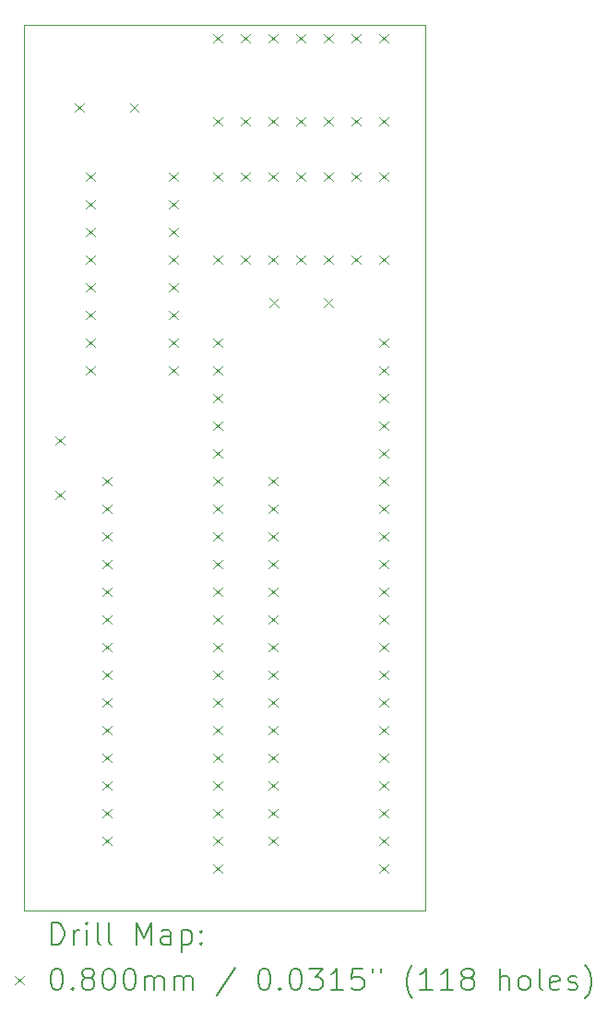
<source format=gbr>
%TF.GenerationSoftware,KiCad,Pcbnew,(6.0.10)*%
%TF.CreationDate,2022-12-23T07:28:06+11:00*%
%TF.ProjectId,bbc1770,62626331-3737-4302-9e6b-696361645f70,rev?*%
%TF.SameCoordinates,Original*%
%TF.FileFunction,Drillmap*%
%TF.FilePolarity,Positive*%
%FSLAX45Y45*%
G04 Gerber Fmt 4.5, Leading zero omitted, Abs format (unit mm)*
G04 Created by KiCad (PCBNEW (6.0.10)) date 2022-12-23 07:28:06*
%MOMM*%
%LPD*%
G01*
G04 APERTURE LIST*
%ADD10C,0.100000*%
%ADD11C,0.200000*%
%ADD12C,0.080000*%
G04 APERTURE END LIST*
D10*
X1778000Y-1270000D02*
X5334000Y-1270000D01*
X1778000Y-9398000D02*
X1778000Y-1270000D01*
X5461000Y-9398000D02*
X1778000Y-9398000D01*
X5461000Y-1270000D02*
X5461000Y-9398000D01*
X5461000Y-1270000D02*
X5334000Y-1270000D01*
D11*
D12*
X2065000Y-5048000D02*
X2145000Y-5128000D01*
X2145000Y-5048000D02*
X2065000Y-5128000D01*
X2065000Y-5548000D02*
X2145000Y-5628000D01*
X2145000Y-5548000D02*
X2065000Y-5628000D01*
X2246000Y-1992000D02*
X2326000Y-2072000D01*
X2326000Y-1992000D02*
X2246000Y-2072000D01*
X2346000Y-2626000D02*
X2426000Y-2706000D01*
X2426000Y-2626000D02*
X2346000Y-2706000D01*
X2346000Y-2880000D02*
X2426000Y-2960000D01*
X2426000Y-2880000D02*
X2346000Y-2960000D01*
X2346000Y-3134000D02*
X2426000Y-3214000D01*
X2426000Y-3134000D02*
X2346000Y-3214000D01*
X2346000Y-3388000D02*
X2426000Y-3468000D01*
X2426000Y-3388000D02*
X2346000Y-3468000D01*
X2346000Y-3642000D02*
X2426000Y-3722000D01*
X2426000Y-3642000D02*
X2346000Y-3722000D01*
X2346000Y-3896000D02*
X2426000Y-3976000D01*
X2426000Y-3896000D02*
X2346000Y-3976000D01*
X2346000Y-4150000D02*
X2426000Y-4230000D01*
X2426000Y-4150000D02*
X2346000Y-4230000D01*
X2346000Y-4404000D02*
X2426000Y-4484000D01*
X2426000Y-4404000D02*
X2346000Y-4484000D01*
X2499500Y-5419500D02*
X2579500Y-5499500D01*
X2579500Y-5419500D02*
X2499500Y-5499500D01*
X2499500Y-5673500D02*
X2579500Y-5753500D01*
X2579500Y-5673500D02*
X2499500Y-5753500D01*
X2499500Y-5927500D02*
X2579500Y-6007500D01*
X2579500Y-5927500D02*
X2499500Y-6007500D01*
X2499500Y-6181500D02*
X2579500Y-6261500D01*
X2579500Y-6181500D02*
X2499500Y-6261500D01*
X2499500Y-6435500D02*
X2579500Y-6515500D01*
X2579500Y-6435500D02*
X2499500Y-6515500D01*
X2499500Y-6689500D02*
X2579500Y-6769500D01*
X2579500Y-6689500D02*
X2499500Y-6769500D01*
X2499500Y-6943500D02*
X2579500Y-7023500D01*
X2579500Y-6943500D02*
X2499500Y-7023500D01*
X2499500Y-7197500D02*
X2579500Y-7277500D01*
X2579500Y-7197500D02*
X2499500Y-7277500D01*
X2499500Y-7451500D02*
X2579500Y-7531500D01*
X2579500Y-7451500D02*
X2499500Y-7531500D01*
X2499500Y-7705500D02*
X2579500Y-7785500D01*
X2579500Y-7705500D02*
X2499500Y-7785500D01*
X2499500Y-7959500D02*
X2579500Y-8039500D01*
X2579500Y-7959500D02*
X2499500Y-8039500D01*
X2499500Y-8213500D02*
X2579500Y-8293500D01*
X2579500Y-8213500D02*
X2499500Y-8293500D01*
X2499500Y-8467500D02*
X2579500Y-8547500D01*
X2579500Y-8467500D02*
X2499500Y-8547500D01*
X2499500Y-8721500D02*
X2579500Y-8801500D01*
X2579500Y-8721500D02*
X2499500Y-8801500D01*
X2746000Y-1992000D02*
X2826000Y-2072000D01*
X2826000Y-1992000D02*
X2746000Y-2072000D01*
X3108000Y-2626000D02*
X3188000Y-2706000D01*
X3188000Y-2626000D02*
X3108000Y-2706000D01*
X3108000Y-2880000D02*
X3188000Y-2960000D01*
X3188000Y-2880000D02*
X3108000Y-2960000D01*
X3108000Y-3134000D02*
X3188000Y-3214000D01*
X3188000Y-3134000D02*
X3108000Y-3214000D01*
X3108000Y-3388000D02*
X3188000Y-3468000D01*
X3188000Y-3388000D02*
X3108000Y-3468000D01*
X3108000Y-3642000D02*
X3188000Y-3722000D01*
X3188000Y-3642000D02*
X3108000Y-3722000D01*
X3108000Y-3896000D02*
X3188000Y-3976000D01*
X3188000Y-3896000D02*
X3108000Y-3976000D01*
X3108000Y-4150000D02*
X3188000Y-4230000D01*
X3188000Y-4150000D02*
X3108000Y-4230000D01*
X3108000Y-4404000D02*
X3188000Y-4484000D01*
X3188000Y-4404000D02*
X3108000Y-4484000D01*
X3515500Y-1356000D02*
X3595500Y-1436000D01*
X3595500Y-1356000D02*
X3515500Y-1436000D01*
X3515500Y-2118000D02*
X3595500Y-2198000D01*
X3595500Y-2118000D02*
X3515500Y-2198000D01*
X3515500Y-2626000D02*
X3595500Y-2706000D01*
X3595500Y-2626000D02*
X3515500Y-2706000D01*
X3515500Y-3388000D02*
X3595500Y-3468000D01*
X3595500Y-3388000D02*
X3515500Y-3468000D01*
X3515500Y-4151500D02*
X3595500Y-4231500D01*
X3595500Y-4151500D02*
X3515500Y-4231500D01*
X3515500Y-4405500D02*
X3595500Y-4485500D01*
X3595500Y-4405500D02*
X3515500Y-4485500D01*
X3515500Y-4659500D02*
X3595500Y-4739500D01*
X3595500Y-4659500D02*
X3515500Y-4739500D01*
X3515500Y-4913500D02*
X3595500Y-4993500D01*
X3595500Y-4913500D02*
X3515500Y-4993500D01*
X3515500Y-5167500D02*
X3595500Y-5247500D01*
X3595500Y-5167500D02*
X3515500Y-5247500D01*
X3515500Y-5421500D02*
X3595500Y-5501500D01*
X3595500Y-5421500D02*
X3515500Y-5501500D01*
X3515500Y-5675500D02*
X3595500Y-5755500D01*
X3595500Y-5675500D02*
X3515500Y-5755500D01*
X3515500Y-5929500D02*
X3595500Y-6009500D01*
X3595500Y-5929500D02*
X3515500Y-6009500D01*
X3515500Y-6183500D02*
X3595500Y-6263500D01*
X3595500Y-6183500D02*
X3515500Y-6263500D01*
X3515500Y-6437500D02*
X3595500Y-6517500D01*
X3595500Y-6437500D02*
X3515500Y-6517500D01*
X3515500Y-6691500D02*
X3595500Y-6771500D01*
X3595500Y-6691500D02*
X3515500Y-6771500D01*
X3515500Y-6945500D02*
X3595500Y-7025500D01*
X3595500Y-6945500D02*
X3515500Y-7025500D01*
X3515500Y-7199500D02*
X3595500Y-7279500D01*
X3595500Y-7199500D02*
X3515500Y-7279500D01*
X3515500Y-7453500D02*
X3595500Y-7533500D01*
X3595500Y-7453500D02*
X3515500Y-7533500D01*
X3515500Y-7707500D02*
X3595500Y-7787500D01*
X3595500Y-7707500D02*
X3515500Y-7787500D01*
X3515500Y-7961500D02*
X3595500Y-8041500D01*
X3595500Y-7961500D02*
X3515500Y-8041500D01*
X3515500Y-8215500D02*
X3595500Y-8295500D01*
X3595500Y-8215500D02*
X3515500Y-8295500D01*
X3515500Y-8469500D02*
X3595500Y-8549500D01*
X3595500Y-8469500D02*
X3515500Y-8549500D01*
X3515500Y-8723500D02*
X3595500Y-8803500D01*
X3595500Y-8723500D02*
X3515500Y-8803500D01*
X3515500Y-8977500D02*
X3595500Y-9057500D01*
X3595500Y-8977500D02*
X3515500Y-9057500D01*
X3769500Y-1356000D02*
X3849500Y-1436000D01*
X3849500Y-1356000D02*
X3769500Y-1436000D01*
X3769500Y-2118000D02*
X3849500Y-2198000D01*
X3849500Y-2118000D02*
X3769500Y-2198000D01*
X3769500Y-2626000D02*
X3849500Y-2706000D01*
X3849500Y-2626000D02*
X3769500Y-2706000D01*
X3769500Y-3388000D02*
X3849500Y-3468000D01*
X3849500Y-3388000D02*
X3769500Y-3468000D01*
X4023500Y-1356000D02*
X4103500Y-1436000D01*
X4103500Y-1356000D02*
X4023500Y-1436000D01*
X4023500Y-2118000D02*
X4103500Y-2198000D01*
X4103500Y-2118000D02*
X4023500Y-2198000D01*
X4023500Y-2626000D02*
X4103500Y-2706000D01*
X4103500Y-2626000D02*
X4023500Y-2706000D01*
X4023500Y-3388000D02*
X4103500Y-3468000D01*
X4103500Y-3388000D02*
X4023500Y-3468000D01*
X4023500Y-5419500D02*
X4103500Y-5499500D01*
X4103500Y-5419500D02*
X4023500Y-5499500D01*
X4023500Y-5673500D02*
X4103500Y-5753500D01*
X4103500Y-5673500D02*
X4023500Y-5753500D01*
X4023500Y-5927500D02*
X4103500Y-6007500D01*
X4103500Y-5927500D02*
X4023500Y-6007500D01*
X4023500Y-6181500D02*
X4103500Y-6261500D01*
X4103500Y-6181500D02*
X4023500Y-6261500D01*
X4023500Y-6435500D02*
X4103500Y-6515500D01*
X4103500Y-6435500D02*
X4023500Y-6515500D01*
X4023500Y-6689500D02*
X4103500Y-6769500D01*
X4103500Y-6689500D02*
X4023500Y-6769500D01*
X4023500Y-6943500D02*
X4103500Y-7023500D01*
X4103500Y-6943500D02*
X4023500Y-7023500D01*
X4023500Y-7197500D02*
X4103500Y-7277500D01*
X4103500Y-7197500D02*
X4023500Y-7277500D01*
X4023500Y-7451500D02*
X4103500Y-7531500D01*
X4103500Y-7451500D02*
X4023500Y-7531500D01*
X4023500Y-7705500D02*
X4103500Y-7785500D01*
X4103500Y-7705500D02*
X4023500Y-7785500D01*
X4023500Y-7959500D02*
X4103500Y-8039500D01*
X4103500Y-7959500D02*
X4023500Y-8039500D01*
X4023500Y-8213500D02*
X4103500Y-8293500D01*
X4103500Y-8213500D02*
X4023500Y-8293500D01*
X4023500Y-8467500D02*
X4103500Y-8547500D01*
X4103500Y-8467500D02*
X4023500Y-8547500D01*
X4023500Y-8721500D02*
X4103500Y-8801500D01*
X4103500Y-8721500D02*
X4023500Y-8801500D01*
X4032000Y-3782000D02*
X4112000Y-3862000D01*
X4112000Y-3782000D02*
X4032000Y-3862000D01*
X4277500Y-1356000D02*
X4357500Y-1436000D01*
X4357500Y-1356000D02*
X4277500Y-1436000D01*
X4277500Y-2118000D02*
X4357500Y-2198000D01*
X4357500Y-2118000D02*
X4277500Y-2198000D01*
X4277500Y-2626000D02*
X4357500Y-2706000D01*
X4357500Y-2626000D02*
X4277500Y-2706000D01*
X4277500Y-3388000D02*
X4357500Y-3468000D01*
X4357500Y-3388000D02*
X4277500Y-3468000D01*
X4531500Y-1356000D02*
X4611500Y-1436000D01*
X4611500Y-1356000D02*
X4531500Y-1436000D01*
X4531500Y-2118000D02*
X4611500Y-2198000D01*
X4611500Y-2118000D02*
X4531500Y-2198000D01*
X4531500Y-2626000D02*
X4611500Y-2706000D01*
X4611500Y-2626000D02*
X4531500Y-2706000D01*
X4531500Y-3388000D02*
X4611500Y-3468000D01*
X4611500Y-3388000D02*
X4531500Y-3468000D01*
X4532000Y-3782000D02*
X4612000Y-3862000D01*
X4612000Y-3782000D02*
X4532000Y-3862000D01*
X4785500Y-1356000D02*
X4865500Y-1436000D01*
X4865500Y-1356000D02*
X4785500Y-1436000D01*
X4785500Y-2118000D02*
X4865500Y-2198000D01*
X4865500Y-2118000D02*
X4785500Y-2198000D01*
X4785500Y-2626000D02*
X4865500Y-2706000D01*
X4865500Y-2626000D02*
X4785500Y-2706000D01*
X4785500Y-3388000D02*
X4865500Y-3468000D01*
X4865500Y-3388000D02*
X4785500Y-3468000D01*
X5039500Y-1356000D02*
X5119500Y-1436000D01*
X5119500Y-1356000D02*
X5039500Y-1436000D01*
X5039500Y-2118000D02*
X5119500Y-2198000D01*
X5119500Y-2118000D02*
X5039500Y-2198000D01*
X5039500Y-2626000D02*
X5119500Y-2706000D01*
X5119500Y-2626000D02*
X5039500Y-2706000D01*
X5039500Y-3388000D02*
X5119500Y-3468000D01*
X5119500Y-3388000D02*
X5039500Y-3468000D01*
X5039500Y-4151500D02*
X5119500Y-4231500D01*
X5119500Y-4151500D02*
X5039500Y-4231500D01*
X5039500Y-4405500D02*
X5119500Y-4485500D01*
X5119500Y-4405500D02*
X5039500Y-4485500D01*
X5039500Y-4659500D02*
X5119500Y-4739500D01*
X5119500Y-4659500D02*
X5039500Y-4739500D01*
X5039500Y-4913500D02*
X5119500Y-4993500D01*
X5119500Y-4913500D02*
X5039500Y-4993500D01*
X5039500Y-5167500D02*
X5119500Y-5247500D01*
X5119500Y-5167500D02*
X5039500Y-5247500D01*
X5039500Y-5421500D02*
X5119500Y-5501500D01*
X5119500Y-5421500D02*
X5039500Y-5501500D01*
X5039500Y-5675500D02*
X5119500Y-5755500D01*
X5119500Y-5675500D02*
X5039500Y-5755500D01*
X5039500Y-5929500D02*
X5119500Y-6009500D01*
X5119500Y-5929500D02*
X5039500Y-6009500D01*
X5039500Y-6183500D02*
X5119500Y-6263500D01*
X5119500Y-6183500D02*
X5039500Y-6263500D01*
X5039500Y-6437500D02*
X5119500Y-6517500D01*
X5119500Y-6437500D02*
X5039500Y-6517500D01*
X5039500Y-6691500D02*
X5119500Y-6771500D01*
X5119500Y-6691500D02*
X5039500Y-6771500D01*
X5039500Y-6945500D02*
X5119500Y-7025500D01*
X5119500Y-6945500D02*
X5039500Y-7025500D01*
X5039500Y-7199500D02*
X5119500Y-7279500D01*
X5119500Y-7199500D02*
X5039500Y-7279500D01*
X5039500Y-7453500D02*
X5119500Y-7533500D01*
X5119500Y-7453500D02*
X5039500Y-7533500D01*
X5039500Y-7707500D02*
X5119500Y-7787500D01*
X5119500Y-7707500D02*
X5039500Y-7787500D01*
X5039500Y-7961500D02*
X5119500Y-8041500D01*
X5119500Y-7961500D02*
X5039500Y-8041500D01*
X5039500Y-8215500D02*
X5119500Y-8295500D01*
X5119500Y-8215500D02*
X5039500Y-8295500D01*
X5039500Y-8469500D02*
X5119500Y-8549500D01*
X5119500Y-8469500D02*
X5039500Y-8549500D01*
X5039500Y-8723500D02*
X5119500Y-8803500D01*
X5119500Y-8723500D02*
X5039500Y-8803500D01*
X5039500Y-8977500D02*
X5119500Y-9057500D01*
X5119500Y-8977500D02*
X5039500Y-9057500D01*
D11*
X2030619Y-9713476D02*
X2030619Y-9513476D01*
X2078238Y-9513476D01*
X2106810Y-9523000D01*
X2125857Y-9542048D01*
X2135381Y-9561095D01*
X2144905Y-9599190D01*
X2144905Y-9627762D01*
X2135381Y-9665857D01*
X2125857Y-9684905D01*
X2106810Y-9703952D01*
X2078238Y-9713476D01*
X2030619Y-9713476D01*
X2230619Y-9713476D02*
X2230619Y-9580143D01*
X2230619Y-9618238D02*
X2240143Y-9599190D01*
X2249667Y-9589667D01*
X2268714Y-9580143D01*
X2287762Y-9580143D01*
X2354429Y-9713476D02*
X2354429Y-9580143D01*
X2354429Y-9513476D02*
X2344905Y-9523000D01*
X2354429Y-9532524D01*
X2363952Y-9523000D01*
X2354429Y-9513476D01*
X2354429Y-9532524D01*
X2478238Y-9713476D02*
X2459190Y-9703952D01*
X2449667Y-9684905D01*
X2449667Y-9513476D01*
X2583000Y-9713476D02*
X2563952Y-9703952D01*
X2554429Y-9684905D01*
X2554429Y-9513476D01*
X2811571Y-9713476D02*
X2811571Y-9513476D01*
X2878238Y-9656333D01*
X2944905Y-9513476D01*
X2944905Y-9713476D01*
X3125857Y-9713476D02*
X3125857Y-9608714D01*
X3116333Y-9589667D01*
X3097286Y-9580143D01*
X3059190Y-9580143D01*
X3040143Y-9589667D01*
X3125857Y-9703952D02*
X3106809Y-9713476D01*
X3059190Y-9713476D01*
X3040143Y-9703952D01*
X3030619Y-9684905D01*
X3030619Y-9665857D01*
X3040143Y-9646810D01*
X3059190Y-9637286D01*
X3106809Y-9637286D01*
X3125857Y-9627762D01*
X3221095Y-9580143D02*
X3221095Y-9780143D01*
X3221095Y-9589667D02*
X3240143Y-9580143D01*
X3278238Y-9580143D01*
X3297286Y-9589667D01*
X3306809Y-9599190D01*
X3316333Y-9618238D01*
X3316333Y-9675381D01*
X3306809Y-9694429D01*
X3297286Y-9703952D01*
X3278238Y-9713476D01*
X3240143Y-9713476D01*
X3221095Y-9703952D01*
X3402048Y-9694429D02*
X3411571Y-9703952D01*
X3402048Y-9713476D01*
X3392524Y-9703952D01*
X3402048Y-9694429D01*
X3402048Y-9713476D01*
X3402048Y-9589667D02*
X3411571Y-9599190D01*
X3402048Y-9608714D01*
X3392524Y-9599190D01*
X3402048Y-9589667D01*
X3402048Y-9608714D01*
D12*
X1693000Y-10003000D02*
X1773000Y-10083000D01*
X1773000Y-10003000D02*
X1693000Y-10083000D01*
D11*
X2068714Y-9933476D02*
X2087762Y-9933476D01*
X2106810Y-9943000D01*
X2116333Y-9952524D01*
X2125857Y-9971571D01*
X2135381Y-10009667D01*
X2135381Y-10057286D01*
X2125857Y-10095381D01*
X2116333Y-10114429D01*
X2106810Y-10123952D01*
X2087762Y-10133476D01*
X2068714Y-10133476D01*
X2049667Y-10123952D01*
X2040143Y-10114429D01*
X2030619Y-10095381D01*
X2021095Y-10057286D01*
X2021095Y-10009667D01*
X2030619Y-9971571D01*
X2040143Y-9952524D01*
X2049667Y-9943000D01*
X2068714Y-9933476D01*
X2221095Y-10114429D02*
X2230619Y-10123952D01*
X2221095Y-10133476D01*
X2211571Y-10123952D01*
X2221095Y-10114429D01*
X2221095Y-10133476D01*
X2344905Y-10019190D02*
X2325857Y-10009667D01*
X2316333Y-10000143D01*
X2306810Y-9981095D01*
X2306810Y-9971571D01*
X2316333Y-9952524D01*
X2325857Y-9943000D01*
X2344905Y-9933476D01*
X2383000Y-9933476D01*
X2402048Y-9943000D01*
X2411571Y-9952524D01*
X2421095Y-9971571D01*
X2421095Y-9981095D01*
X2411571Y-10000143D01*
X2402048Y-10009667D01*
X2383000Y-10019190D01*
X2344905Y-10019190D01*
X2325857Y-10028714D01*
X2316333Y-10038238D01*
X2306810Y-10057286D01*
X2306810Y-10095381D01*
X2316333Y-10114429D01*
X2325857Y-10123952D01*
X2344905Y-10133476D01*
X2383000Y-10133476D01*
X2402048Y-10123952D01*
X2411571Y-10114429D01*
X2421095Y-10095381D01*
X2421095Y-10057286D01*
X2411571Y-10038238D01*
X2402048Y-10028714D01*
X2383000Y-10019190D01*
X2544905Y-9933476D02*
X2563952Y-9933476D01*
X2583000Y-9943000D01*
X2592524Y-9952524D01*
X2602048Y-9971571D01*
X2611571Y-10009667D01*
X2611571Y-10057286D01*
X2602048Y-10095381D01*
X2592524Y-10114429D01*
X2583000Y-10123952D01*
X2563952Y-10133476D01*
X2544905Y-10133476D01*
X2525857Y-10123952D01*
X2516333Y-10114429D01*
X2506810Y-10095381D01*
X2497286Y-10057286D01*
X2497286Y-10009667D01*
X2506810Y-9971571D01*
X2516333Y-9952524D01*
X2525857Y-9943000D01*
X2544905Y-9933476D01*
X2735381Y-9933476D02*
X2754429Y-9933476D01*
X2773476Y-9943000D01*
X2783000Y-9952524D01*
X2792524Y-9971571D01*
X2802048Y-10009667D01*
X2802048Y-10057286D01*
X2792524Y-10095381D01*
X2783000Y-10114429D01*
X2773476Y-10123952D01*
X2754429Y-10133476D01*
X2735381Y-10133476D01*
X2716333Y-10123952D01*
X2706810Y-10114429D01*
X2697286Y-10095381D01*
X2687762Y-10057286D01*
X2687762Y-10009667D01*
X2697286Y-9971571D01*
X2706810Y-9952524D01*
X2716333Y-9943000D01*
X2735381Y-9933476D01*
X2887762Y-10133476D02*
X2887762Y-10000143D01*
X2887762Y-10019190D02*
X2897286Y-10009667D01*
X2916333Y-10000143D01*
X2944905Y-10000143D01*
X2963952Y-10009667D01*
X2973476Y-10028714D01*
X2973476Y-10133476D01*
X2973476Y-10028714D02*
X2983000Y-10009667D01*
X3002048Y-10000143D01*
X3030619Y-10000143D01*
X3049667Y-10009667D01*
X3059190Y-10028714D01*
X3059190Y-10133476D01*
X3154428Y-10133476D02*
X3154428Y-10000143D01*
X3154428Y-10019190D02*
X3163952Y-10009667D01*
X3183000Y-10000143D01*
X3211571Y-10000143D01*
X3230619Y-10009667D01*
X3240143Y-10028714D01*
X3240143Y-10133476D01*
X3240143Y-10028714D02*
X3249667Y-10009667D01*
X3268714Y-10000143D01*
X3297286Y-10000143D01*
X3316333Y-10009667D01*
X3325857Y-10028714D01*
X3325857Y-10133476D01*
X3716333Y-9923952D02*
X3544905Y-10181095D01*
X3973476Y-9933476D02*
X3992524Y-9933476D01*
X4011571Y-9943000D01*
X4021095Y-9952524D01*
X4030619Y-9971571D01*
X4040143Y-10009667D01*
X4040143Y-10057286D01*
X4030619Y-10095381D01*
X4021095Y-10114429D01*
X4011571Y-10123952D01*
X3992524Y-10133476D01*
X3973476Y-10133476D01*
X3954428Y-10123952D01*
X3944905Y-10114429D01*
X3935381Y-10095381D01*
X3925857Y-10057286D01*
X3925857Y-10009667D01*
X3935381Y-9971571D01*
X3944905Y-9952524D01*
X3954428Y-9943000D01*
X3973476Y-9933476D01*
X4125857Y-10114429D02*
X4135381Y-10123952D01*
X4125857Y-10133476D01*
X4116333Y-10123952D01*
X4125857Y-10114429D01*
X4125857Y-10133476D01*
X4259190Y-9933476D02*
X4278238Y-9933476D01*
X4297286Y-9943000D01*
X4306810Y-9952524D01*
X4316333Y-9971571D01*
X4325857Y-10009667D01*
X4325857Y-10057286D01*
X4316333Y-10095381D01*
X4306810Y-10114429D01*
X4297286Y-10123952D01*
X4278238Y-10133476D01*
X4259190Y-10133476D01*
X4240143Y-10123952D01*
X4230619Y-10114429D01*
X4221095Y-10095381D01*
X4211571Y-10057286D01*
X4211571Y-10009667D01*
X4221095Y-9971571D01*
X4230619Y-9952524D01*
X4240143Y-9943000D01*
X4259190Y-9933476D01*
X4392524Y-9933476D02*
X4516333Y-9933476D01*
X4449667Y-10009667D01*
X4478238Y-10009667D01*
X4497286Y-10019190D01*
X4506810Y-10028714D01*
X4516333Y-10047762D01*
X4516333Y-10095381D01*
X4506810Y-10114429D01*
X4497286Y-10123952D01*
X4478238Y-10133476D01*
X4421095Y-10133476D01*
X4402048Y-10123952D01*
X4392524Y-10114429D01*
X4706810Y-10133476D02*
X4592524Y-10133476D01*
X4649667Y-10133476D02*
X4649667Y-9933476D01*
X4630619Y-9962048D01*
X4611571Y-9981095D01*
X4592524Y-9990619D01*
X4887762Y-9933476D02*
X4792524Y-9933476D01*
X4783000Y-10028714D01*
X4792524Y-10019190D01*
X4811571Y-10009667D01*
X4859190Y-10009667D01*
X4878238Y-10019190D01*
X4887762Y-10028714D01*
X4897286Y-10047762D01*
X4897286Y-10095381D01*
X4887762Y-10114429D01*
X4878238Y-10123952D01*
X4859190Y-10133476D01*
X4811571Y-10133476D01*
X4792524Y-10123952D01*
X4783000Y-10114429D01*
X4973476Y-9933476D02*
X4973476Y-9971571D01*
X5049667Y-9933476D02*
X5049667Y-9971571D01*
X5344905Y-10209667D02*
X5335381Y-10200143D01*
X5316333Y-10171571D01*
X5306810Y-10152524D01*
X5297286Y-10123952D01*
X5287762Y-10076333D01*
X5287762Y-10038238D01*
X5297286Y-9990619D01*
X5306810Y-9962048D01*
X5316333Y-9943000D01*
X5335381Y-9914429D01*
X5344905Y-9904905D01*
X5525857Y-10133476D02*
X5411571Y-10133476D01*
X5468714Y-10133476D02*
X5468714Y-9933476D01*
X5449667Y-9962048D01*
X5430619Y-9981095D01*
X5411571Y-9990619D01*
X5716333Y-10133476D02*
X5602048Y-10133476D01*
X5659190Y-10133476D02*
X5659190Y-9933476D01*
X5640143Y-9962048D01*
X5621095Y-9981095D01*
X5602048Y-9990619D01*
X5830619Y-10019190D02*
X5811571Y-10009667D01*
X5802048Y-10000143D01*
X5792524Y-9981095D01*
X5792524Y-9971571D01*
X5802048Y-9952524D01*
X5811571Y-9943000D01*
X5830619Y-9933476D01*
X5868714Y-9933476D01*
X5887762Y-9943000D01*
X5897286Y-9952524D01*
X5906809Y-9971571D01*
X5906809Y-9981095D01*
X5897286Y-10000143D01*
X5887762Y-10009667D01*
X5868714Y-10019190D01*
X5830619Y-10019190D01*
X5811571Y-10028714D01*
X5802048Y-10038238D01*
X5792524Y-10057286D01*
X5792524Y-10095381D01*
X5802048Y-10114429D01*
X5811571Y-10123952D01*
X5830619Y-10133476D01*
X5868714Y-10133476D01*
X5887762Y-10123952D01*
X5897286Y-10114429D01*
X5906809Y-10095381D01*
X5906809Y-10057286D01*
X5897286Y-10038238D01*
X5887762Y-10028714D01*
X5868714Y-10019190D01*
X6144905Y-10133476D02*
X6144905Y-9933476D01*
X6230619Y-10133476D02*
X6230619Y-10028714D01*
X6221095Y-10009667D01*
X6202048Y-10000143D01*
X6173476Y-10000143D01*
X6154428Y-10009667D01*
X6144905Y-10019190D01*
X6354428Y-10133476D02*
X6335381Y-10123952D01*
X6325857Y-10114429D01*
X6316333Y-10095381D01*
X6316333Y-10038238D01*
X6325857Y-10019190D01*
X6335381Y-10009667D01*
X6354428Y-10000143D01*
X6383000Y-10000143D01*
X6402048Y-10009667D01*
X6411571Y-10019190D01*
X6421095Y-10038238D01*
X6421095Y-10095381D01*
X6411571Y-10114429D01*
X6402048Y-10123952D01*
X6383000Y-10133476D01*
X6354428Y-10133476D01*
X6535381Y-10133476D02*
X6516333Y-10123952D01*
X6506809Y-10104905D01*
X6506809Y-9933476D01*
X6687762Y-10123952D02*
X6668714Y-10133476D01*
X6630619Y-10133476D01*
X6611571Y-10123952D01*
X6602048Y-10104905D01*
X6602048Y-10028714D01*
X6611571Y-10009667D01*
X6630619Y-10000143D01*
X6668714Y-10000143D01*
X6687762Y-10009667D01*
X6697286Y-10028714D01*
X6697286Y-10047762D01*
X6602048Y-10066810D01*
X6773476Y-10123952D02*
X6792524Y-10133476D01*
X6830619Y-10133476D01*
X6849667Y-10123952D01*
X6859190Y-10104905D01*
X6859190Y-10095381D01*
X6849667Y-10076333D01*
X6830619Y-10066810D01*
X6802048Y-10066810D01*
X6783000Y-10057286D01*
X6773476Y-10038238D01*
X6773476Y-10028714D01*
X6783000Y-10009667D01*
X6802048Y-10000143D01*
X6830619Y-10000143D01*
X6849667Y-10009667D01*
X6925857Y-10209667D02*
X6935381Y-10200143D01*
X6954428Y-10171571D01*
X6963952Y-10152524D01*
X6973476Y-10123952D01*
X6983000Y-10076333D01*
X6983000Y-10038238D01*
X6973476Y-9990619D01*
X6963952Y-9962048D01*
X6954428Y-9943000D01*
X6935381Y-9914429D01*
X6925857Y-9904905D01*
M02*

</source>
